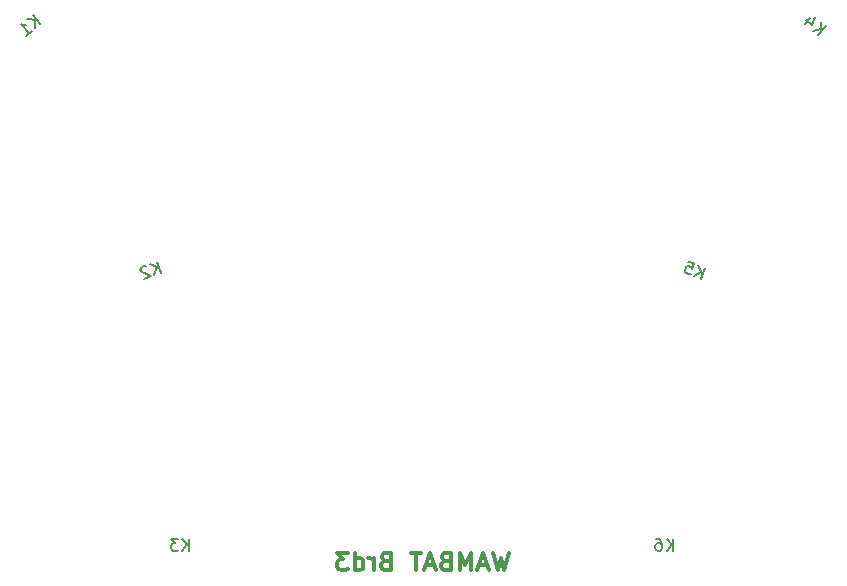
<source format=gbr>
G04 #@! TF.FileFunction,Legend,Bot*
%FSLAX46Y46*%
G04 Gerber Fmt 4.6, Leading zero omitted, Abs format (unit mm)*
G04 Created by KiCad (PCBNEW 4.0.7) date 12/09/17 16:09:34*
%MOMM*%
%LPD*%
G01*
G04 APERTURE LIST*
%ADD10C,0.100000*%
%ADD11C,0.300000*%
%ADD12C,0.200000*%
G04 APERTURE END LIST*
D10*
D11*
X157285713Y-91928571D02*
X156928570Y-93428571D01*
X156642856Y-92357143D01*
X156357142Y-93428571D01*
X155999999Y-91928571D01*
X155499999Y-93000000D02*
X154785713Y-93000000D01*
X155642856Y-93428571D02*
X155142856Y-91928571D01*
X154642856Y-93428571D01*
X154142856Y-93428571D02*
X154142856Y-91928571D01*
X153642856Y-93000000D01*
X153142856Y-91928571D01*
X153142856Y-93428571D01*
X151928570Y-92642857D02*
X151714284Y-92714286D01*
X151642856Y-92785714D01*
X151571427Y-92928571D01*
X151571427Y-93142857D01*
X151642856Y-93285714D01*
X151714284Y-93357143D01*
X151857142Y-93428571D01*
X152428570Y-93428571D01*
X152428570Y-91928571D01*
X151928570Y-91928571D01*
X151785713Y-92000000D01*
X151714284Y-92071429D01*
X151642856Y-92214286D01*
X151642856Y-92357143D01*
X151714284Y-92500000D01*
X151785713Y-92571429D01*
X151928570Y-92642857D01*
X152428570Y-92642857D01*
X150999999Y-93000000D02*
X150285713Y-93000000D01*
X151142856Y-93428571D02*
X150642856Y-91928571D01*
X150142856Y-93428571D01*
X149857142Y-91928571D02*
X148999999Y-91928571D01*
X149428570Y-93428571D02*
X149428570Y-91928571D01*
X146857142Y-92642857D02*
X146642856Y-92714286D01*
X146571428Y-92785714D01*
X146499999Y-92928571D01*
X146499999Y-93142857D01*
X146571428Y-93285714D01*
X146642856Y-93357143D01*
X146785714Y-93428571D01*
X147357142Y-93428571D01*
X147357142Y-91928571D01*
X146857142Y-91928571D01*
X146714285Y-92000000D01*
X146642856Y-92071429D01*
X146571428Y-92214286D01*
X146571428Y-92357143D01*
X146642856Y-92500000D01*
X146714285Y-92571429D01*
X146857142Y-92642857D01*
X147357142Y-92642857D01*
X145857142Y-93428571D02*
X145857142Y-92428571D01*
X145857142Y-92714286D02*
X145785714Y-92571429D01*
X145714285Y-92500000D01*
X145571428Y-92428571D01*
X145428571Y-92428571D01*
X144285714Y-93428571D02*
X144285714Y-91928571D01*
X144285714Y-93357143D02*
X144428571Y-93428571D01*
X144714285Y-93428571D01*
X144857143Y-93357143D01*
X144928571Y-93285714D01*
X145000000Y-93142857D01*
X145000000Y-92714286D01*
X144928571Y-92571429D01*
X144857143Y-92500000D01*
X144714285Y-92428571D01*
X144428571Y-92428571D01*
X144285714Y-92500000D01*
X143714285Y-91928571D02*
X142785714Y-91928571D01*
X143285714Y-92500000D01*
X143071428Y-92500000D01*
X142928571Y-92571429D01*
X142857142Y-92642857D01*
X142785714Y-92785714D01*
X142785714Y-93142857D01*
X142857142Y-93285714D01*
X142928571Y-93357143D01*
X143071428Y-93428571D01*
X143500000Y-93428571D01*
X143642857Y-93357143D01*
X143714285Y-93285714D01*
D12*
X117631755Y-47179886D02*
X116988968Y-46413841D01*
X117194015Y-47547193D02*
X117155013Y-46833972D01*
X116551228Y-46781149D02*
X117356275Y-46851581D01*
X116464449Y-48159372D02*
X116902189Y-47792064D01*
X116683320Y-47975718D02*
X116040532Y-47209673D01*
X116205315Y-47257890D01*
X116339490Y-47269629D01*
X116443055Y-47244890D01*
X127825149Y-68230249D02*
X127483129Y-67290556D01*
X127288181Y-68425689D02*
X127495467Y-67742141D01*
X126946161Y-67485996D02*
X127678569Y-67827524D01*
X126620757Y-67705784D02*
X126559723Y-67677323D01*
X126453942Y-67665150D01*
X126230205Y-67746583D01*
X126156997Y-67823904D01*
X126128536Y-67884938D01*
X126116362Y-67990719D01*
X126148936Y-68080213D01*
X126242543Y-68198168D01*
X126974951Y-68539696D01*
X126393236Y-68751422D01*
X130238095Y-91770381D02*
X130238095Y-90770381D01*
X129666666Y-91770381D02*
X130095238Y-91198952D01*
X129666666Y-90770381D02*
X130238095Y-91341810D01*
X129333333Y-90770381D02*
X128714285Y-90770381D01*
X129047619Y-91151333D01*
X128904761Y-91151333D01*
X128809523Y-91198952D01*
X128761904Y-91246571D01*
X128714285Y-91341810D01*
X128714285Y-91579905D01*
X128761904Y-91675143D01*
X128809523Y-91722762D01*
X128904761Y-91770381D01*
X129190476Y-91770381D01*
X129285714Y-91722762D01*
X129333333Y-91675143D01*
X183499072Y-48128762D02*
X184141859Y-47362718D01*
X183061332Y-47761455D02*
X183756944Y-47599196D01*
X183704119Y-46995410D02*
X183774552Y-47800458D01*
X182833247Y-46699797D02*
X182404722Y-47210494D01*
X183260511Y-46561016D02*
X182983768Y-47261236D01*
X182509550Y-46863319D01*
X173562016Y-68735135D02*
X173904036Y-67795443D01*
X173025048Y-68539695D02*
X173623215Y-68149308D01*
X173367069Y-67600003D02*
X173708596Y-68332410D01*
X172516870Y-67290556D02*
X172964344Y-67453423D01*
X172846224Y-67917182D01*
X172817764Y-67856148D01*
X172744556Y-67778827D01*
X172520819Y-67697394D01*
X172415038Y-67709567D01*
X172354004Y-67738028D01*
X172276683Y-67811237D01*
X172195250Y-68034973D01*
X172207424Y-68140754D01*
X172235884Y-68201788D01*
X172309092Y-68279108D01*
X172532829Y-68360542D01*
X172638610Y-68348368D01*
X172699644Y-68319908D01*
X171238095Y-91770381D02*
X171238095Y-90770381D01*
X170666666Y-91770381D02*
X171095238Y-91198952D01*
X170666666Y-90770381D02*
X171238095Y-91341810D01*
X169809523Y-90770381D02*
X170000000Y-90770381D01*
X170095238Y-90818000D01*
X170142857Y-90865619D01*
X170238095Y-91008476D01*
X170285714Y-91198952D01*
X170285714Y-91579905D01*
X170238095Y-91675143D01*
X170190476Y-91722762D01*
X170095238Y-91770381D01*
X169904761Y-91770381D01*
X169809523Y-91722762D01*
X169761904Y-91675143D01*
X169714285Y-91579905D01*
X169714285Y-91341810D01*
X169761904Y-91246571D01*
X169809523Y-91198952D01*
X169904761Y-91151333D01*
X170095238Y-91151333D01*
X170190476Y-91198952D01*
X170238095Y-91246571D01*
X170285714Y-91341810D01*
M02*

</source>
